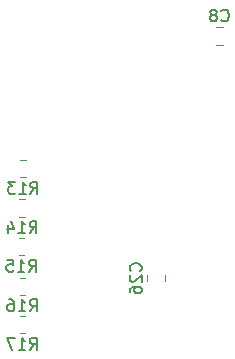
<source format=gbr>
%TF.GenerationSoftware,KiCad,Pcbnew,9.0.4*%
%TF.CreationDate,2025-10-02T18:18:41-04:00*%
%TF.ProjectId,PCB of Theseus,50434220-6f66-4205-9468-65736575732e,rev?*%
%TF.SameCoordinates,Original*%
%TF.FileFunction,Legend,Bot*%
%TF.FilePolarity,Positive*%
%FSLAX46Y46*%
G04 Gerber Fmt 4.6, Leading zero omitted, Abs format (unit mm)*
G04 Created by KiCad (PCBNEW 9.0.4) date 2025-10-02 18:18:41*
%MOMM*%
%LPD*%
G01*
G04 APERTURE LIST*
%ADD10C,0.150000*%
%ADD11C,0.120000*%
G04 APERTURE END LIST*
D10*
X119529580Y-78757142D02*
X119577200Y-78709523D01*
X119577200Y-78709523D02*
X119624819Y-78566666D01*
X119624819Y-78566666D02*
X119624819Y-78471428D01*
X119624819Y-78471428D02*
X119577200Y-78328571D01*
X119577200Y-78328571D02*
X119481961Y-78233333D01*
X119481961Y-78233333D02*
X119386723Y-78185714D01*
X119386723Y-78185714D02*
X119196247Y-78138095D01*
X119196247Y-78138095D02*
X119053390Y-78138095D01*
X119053390Y-78138095D02*
X118862914Y-78185714D01*
X118862914Y-78185714D02*
X118767676Y-78233333D01*
X118767676Y-78233333D02*
X118672438Y-78328571D01*
X118672438Y-78328571D02*
X118624819Y-78471428D01*
X118624819Y-78471428D02*
X118624819Y-78566666D01*
X118624819Y-78566666D02*
X118672438Y-78709523D01*
X118672438Y-78709523D02*
X118720057Y-78757142D01*
X118720057Y-79138095D02*
X118672438Y-79185714D01*
X118672438Y-79185714D02*
X118624819Y-79280952D01*
X118624819Y-79280952D02*
X118624819Y-79519047D01*
X118624819Y-79519047D02*
X118672438Y-79614285D01*
X118672438Y-79614285D02*
X118720057Y-79661904D01*
X118720057Y-79661904D02*
X118815295Y-79709523D01*
X118815295Y-79709523D02*
X118910533Y-79709523D01*
X118910533Y-79709523D02*
X119053390Y-79661904D01*
X119053390Y-79661904D02*
X119624819Y-79090476D01*
X119624819Y-79090476D02*
X119624819Y-79709523D01*
X118624819Y-80566666D02*
X118624819Y-80376190D01*
X118624819Y-80376190D02*
X118672438Y-80280952D01*
X118672438Y-80280952D02*
X118720057Y-80233333D01*
X118720057Y-80233333D02*
X118862914Y-80138095D01*
X118862914Y-80138095D02*
X119053390Y-80090476D01*
X119053390Y-80090476D02*
X119434342Y-80090476D01*
X119434342Y-80090476D02*
X119529580Y-80138095D01*
X119529580Y-80138095D02*
X119577200Y-80185714D01*
X119577200Y-80185714D02*
X119624819Y-80280952D01*
X119624819Y-80280952D02*
X119624819Y-80471428D01*
X119624819Y-80471428D02*
X119577200Y-80566666D01*
X119577200Y-80566666D02*
X119529580Y-80614285D01*
X119529580Y-80614285D02*
X119434342Y-80661904D01*
X119434342Y-80661904D02*
X119196247Y-80661904D01*
X119196247Y-80661904D02*
X119101009Y-80614285D01*
X119101009Y-80614285D02*
X119053390Y-80566666D01*
X119053390Y-80566666D02*
X119005771Y-80471428D01*
X119005771Y-80471428D02*
X119005771Y-80280952D01*
X119005771Y-80280952D02*
X119053390Y-80185714D01*
X119053390Y-80185714D02*
X119101009Y-80138095D01*
X119101009Y-80138095D02*
X119196247Y-80090476D01*
X126391666Y-57554580D02*
X126439285Y-57602200D01*
X126439285Y-57602200D02*
X126582142Y-57649819D01*
X126582142Y-57649819D02*
X126677380Y-57649819D01*
X126677380Y-57649819D02*
X126820237Y-57602200D01*
X126820237Y-57602200D02*
X126915475Y-57506961D01*
X126915475Y-57506961D02*
X126963094Y-57411723D01*
X126963094Y-57411723D02*
X127010713Y-57221247D01*
X127010713Y-57221247D02*
X127010713Y-57078390D01*
X127010713Y-57078390D02*
X126963094Y-56887914D01*
X126963094Y-56887914D02*
X126915475Y-56792676D01*
X126915475Y-56792676D02*
X126820237Y-56697438D01*
X126820237Y-56697438D02*
X126677380Y-56649819D01*
X126677380Y-56649819D02*
X126582142Y-56649819D01*
X126582142Y-56649819D02*
X126439285Y-56697438D01*
X126439285Y-56697438D02*
X126391666Y-56745057D01*
X125820237Y-57078390D02*
X125915475Y-57030771D01*
X125915475Y-57030771D02*
X125963094Y-56983152D01*
X125963094Y-56983152D02*
X126010713Y-56887914D01*
X126010713Y-56887914D02*
X126010713Y-56840295D01*
X126010713Y-56840295D02*
X125963094Y-56745057D01*
X125963094Y-56745057D02*
X125915475Y-56697438D01*
X125915475Y-56697438D02*
X125820237Y-56649819D01*
X125820237Y-56649819D02*
X125629761Y-56649819D01*
X125629761Y-56649819D02*
X125534523Y-56697438D01*
X125534523Y-56697438D02*
X125486904Y-56745057D01*
X125486904Y-56745057D02*
X125439285Y-56840295D01*
X125439285Y-56840295D02*
X125439285Y-56887914D01*
X125439285Y-56887914D02*
X125486904Y-56983152D01*
X125486904Y-56983152D02*
X125534523Y-57030771D01*
X125534523Y-57030771D02*
X125629761Y-57078390D01*
X125629761Y-57078390D02*
X125820237Y-57078390D01*
X125820237Y-57078390D02*
X125915475Y-57126009D01*
X125915475Y-57126009D02*
X125963094Y-57173628D01*
X125963094Y-57173628D02*
X126010713Y-57268866D01*
X126010713Y-57268866D02*
X126010713Y-57459342D01*
X126010713Y-57459342D02*
X125963094Y-57554580D01*
X125963094Y-57554580D02*
X125915475Y-57602200D01*
X125915475Y-57602200D02*
X125820237Y-57649819D01*
X125820237Y-57649819D02*
X125629761Y-57649819D01*
X125629761Y-57649819D02*
X125534523Y-57602200D01*
X125534523Y-57602200D02*
X125486904Y-57554580D01*
X125486904Y-57554580D02*
X125439285Y-57459342D01*
X125439285Y-57459342D02*
X125439285Y-57268866D01*
X125439285Y-57268866D02*
X125486904Y-57173628D01*
X125486904Y-57173628D02*
X125534523Y-57126009D01*
X125534523Y-57126009D02*
X125629761Y-57078390D01*
X110167857Y-85429819D02*
X110501190Y-84953628D01*
X110739285Y-85429819D02*
X110739285Y-84429819D01*
X110739285Y-84429819D02*
X110358333Y-84429819D01*
X110358333Y-84429819D02*
X110263095Y-84477438D01*
X110263095Y-84477438D02*
X110215476Y-84525057D01*
X110215476Y-84525057D02*
X110167857Y-84620295D01*
X110167857Y-84620295D02*
X110167857Y-84763152D01*
X110167857Y-84763152D02*
X110215476Y-84858390D01*
X110215476Y-84858390D02*
X110263095Y-84906009D01*
X110263095Y-84906009D02*
X110358333Y-84953628D01*
X110358333Y-84953628D02*
X110739285Y-84953628D01*
X109215476Y-85429819D02*
X109786904Y-85429819D01*
X109501190Y-85429819D02*
X109501190Y-84429819D01*
X109501190Y-84429819D02*
X109596428Y-84572676D01*
X109596428Y-84572676D02*
X109691666Y-84667914D01*
X109691666Y-84667914D02*
X109786904Y-84715533D01*
X108882142Y-84429819D02*
X108215476Y-84429819D01*
X108215476Y-84429819D02*
X108644047Y-85429819D01*
X110092857Y-78829819D02*
X110426190Y-78353628D01*
X110664285Y-78829819D02*
X110664285Y-77829819D01*
X110664285Y-77829819D02*
X110283333Y-77829819D01*
X110283333Y-77829819D02*
X110188095Y-77877438D01*
X110188095Y-77877438D02*
X110140476Y-77925057D01*
X110140476Y-77925057D02*
X110092857Y-78020295D01*
X110092857Y-78020295D02*
X110092857Y-78163152D01*
X110092857Y-78163152D02*
X110140476Y-78258390D01*
X110140476Y-78258390D02*
X110188095Y-78306009D01*
X110188095Y-78306009D02*
X110283333Y-78353628D01*
X110283333Y-78353628D02*
X110664285Y-78353628D01*
X109140476Y-78829819D02*
X109711904Y-78829819D01*
X109426190Y-78829819D02*
X109426190Y-77829819D01*
X109426190Y-77829819D02*
X109521428Y-77972676D01*
X109521428Y-77972676D02*
X109616666Y-78067914D01*
X109616666Y-78067914D02*
X109711904Y-78115533D01*
X108235714Y-77829819D02*
X108711904Y-77829819D01*
X108711904Y-77829819D02*
X108759523Y-78306009D01*
X108759523Y-78306009D02*
X108711904Y-78258390D01*
X108711904Y-78258390D02*
X108616666Y-78210771D01*
X108616666Y-78210771D02*
X108378571Y-78210771D01*
X108378571Y-78210771D02*
X108283333Y-78258390D01*
X108283333Y-78258390D02*
X108235714Y-78306009D01*
X108235714Y-78306009D02*
X108188095Y-78401247D01*
X108188095Y-78401247D02*
X108188095Y-78639342D01*
X108188095Y-78639342D02*
X108235714Y-78734580D01*
X108235714Y-78734580D02*
X108283333Y-78782200D01*
X108283333Y-78782200D02*
X108378571Y-78829819D01*
X108378571Y-78829819D02*
X108616666Y-78829819D01*
X108616666Y-78829819D02*
X108711904Y-78782200D01*
X108711904Y-78782200D02*
X108759523Y-78734580D01*
X110217857Y-72229819D02*
X110551190Y-71753628D01*
X110789285Y-72229819D02*
X110789285Y-71229819D01*
X110789285Y-71229819D02*
X110408333Y-71229819D01*
X110408333Y-71229819D02*
X110313095Y-71277438D01*
X110313095Y-71277438D02*
X110265476Y-71325057D01*
X110265476Y-71325057D02*
X110217857Y-71420295D01*
X110217857Y-71420295D02*
X110217857Y-71563152D01*
X110217857Y-71563152D02*
X110265476Y-71658390D01*
X110265476Y-71658390D02*
X110313095Y-71706009D01*
X110313095Y-71706009D02*
X110408333Y-71753628D01*
X110408333Y-71753628D02*
X110789285Y-71753628D01*
X109265476Y-72229819D02*
X109836904Y-72229819D01*
X109551190Y-72229819D02*
X109551190Y-71229819D01*
X109551190Y-71229819D02*
X109646428Y-71372676D01*
X109646428Y-71372676D02*
X109741666Y-71467914D01*
X109741666Y-71467914D02*
X109836904Y-71515533D01*
X108932142Y-71229819D02*
X108313095Y-71229819D01*
X108313095Y-71229819D02*
X108646428Y-71610771D01*
X108646428Y-71610771D02*
X108503571Y-71610771D01*
X108503571Y-71610771D02*
X108408333Y-71658390D01*
X108408333Y-71658390D02*
X108360714Y-71706009D01*
X108360714Y-71706009D02*
X108313095Y-71801247D01*
X108313095Y-71801247D02*
X108313095Y-72039342D01*
X108313095Y-72039342D02*
X108360714Y-72134580D01*
X108360714Y-72134580D02*
X108408333Y-72182200D01*
X108408333Y-72182200D02*
X108503571Y-72229819D01*
X108503571Y-72229819D02*
X108789285Y-72229819D01*
X108789285Y-72229819D02*
X108884523Y-72182200D01*
X108884523Y-72182200D02*
X108932142Y-72134580D01*
X110167857Y-82179819D02*
X110501190Y-81703628D01*
X110739285Y-82179819D02*
X110739285Y-81179819D01*
X110739285Y-81179819D02*
X110358333Y-81179819D01*
X110358333Y-81179819D02*
X110263095Y-81227438D01*
X110263095Y-81227438D02*
X110215476Y-81275057D01*
X110215476Y-81275057D02*
X110167857Y-81370295D01*
X110167857Y-81370295D02*
X110167857Y-81513152D01*
X110167857Y-81513152D02*
X110215476Y-81608390D01*
X110215476Y-81608390D02*
X110263095Y-81656009D01*
X110263095Y-81656009D02*
X110358333Y-81703628D01*
X110358333Y-81703628D02*
X110739285Y-81703628D01*
X109215476Y-82179819D02*
X109786904Y-82179819D01*
X109501190Y-82179819D02*
X109501190Y-81179819D01*
X109501190Y-81179819D02*
X109596428Y-81322676D01*
X109596428Y-81322676D02*
X109691666Y-81417914D01*
X109691666Y-81417914D02*
X109786904Y-81465533D01*
X108358333Y-81179819D02*
X108548809Y-81179819D01*
X108548809Y-81179819D02*
X108644047Y-81227438D01*
X108644047Y-81227438D02*
X108691666Y-81275057D01*
X108691666Y-81275057D02*
X108786904Y-81417914D01*
X108786904Y-81417914D02*
X108834523Y-81608390D01*
X108834523Y-81608390D02*
X108834523Y-81989342D01*
X108834523Y-81989342D02*
X108786904Y-82084580D01*
X108786904Y-82084580D02*
X108739285Y-82132200D01*
X108739285Y-82132200D02*
X108644047Y-82179819D01*
X108644047Y-82179819D02*
X108453571Y-82179819D01*
X108453571Y-82179819D02*
X108358333Y-82132200D01*
X108358333Y-82132200D02*
X108310714Y-82084580D01*
X108310714Y-82084580D02*
X108263095Y-81989342D01*
X108263095Y-81989342D02*
X108263095Y-81751247D01*
X108263095Y-81751247D02*
X108310714Y-81656009D01*
X108310714Y-81656009D02*
X108358333Y-81608390D01*
X108358333Y-81608390D02*
X108453571Y-81560771D01*
X108453571Y-81560771D02*
X108644047Y-81560771D01*
X108644047Y-81560771D02*
X108739285Y-81608390D01*
X108739285Y-81608390D02*
X108786904Y-81656009D01*
X108786904Y-81656009D02*
X108834523Y-81751247D01*
X110142857Y-75554819D02*
X110476190Y-75078628D01*
X110714285Y-75554819D02*
X110714285Y-74554819D01*
X110714285Y-74554819D02*
X110333333Y-74554819D01*
X110333333Y-74554819D02*
X110238095Y-74602438D01*
X110238095Y-74602438D02*
X110190476Y-74650057D01*
X110190476Y-74650057D02*
X110142857Y-74745295D01*
X110142857Y-74745295D02*
X110142857Y-74888152D01*
X110142857Y-74888152D02*
X110190476Y-74983390D01*
X110190476Y-74983390D02*
X110238095Y-75031009D01*
X110238095Y-75031009D02*
X110333333Y-75078628D01*
X110333333Y-75078628D02*
X110714285Y-75078628D01*
X109190476Y-75554819D02*
X109761904Y-75554819D01*
X109476190Y-75554819D02*
X109476190Y-74554819D01*
X109476190Y-74554819D02*
X109571428Y-74697676D01*
X109571428Y-74697676D02*
X109666666Y-74792914D01*
X109666666Y-74792914D02*
X109761904Y-74840533D01*
X108333333Y-74888152D02*
X108333333Y-75554819D01*
X108571428Y-74507200D02*
X108809523Y-75221485D01*
X108809523Y-75221485D02*
X108190476Y-75221485D01*
D11*
%TO.C,C26*%
X121585000Y-79138748D02*
X121585000Y-79661252D01*
X120115000Y-79138748D02*
X120115000Y-79661252D01*
%TO.C,C8*%
X126486252Y-59610000D02*
X125963748Y-59610000D01*
X126486252Y-58140000D02*
X125963748Y-58140000D01*
%TO.C,R17*%
X109297936Y-84060000D02*
X109752064Y-84060000D01*
X109297936Y-82590000D02*
X109752064Y-82590000D01*
%TO.C,R15*%
X109222936Y-77460000D02*
X109677064Y-77460000D01*
X109222936Y-75990000D02*
X109677064Y-75990000D01*
%TO.C,R13*%
X109347936Y-70860000D02*
X109802064Y-70860000D01*
X109347936Y-69390000D02*
X109802064Y-69390000D01*
%TO.C,R16*%
X109297936Y-80810000D02*
X109752064Y-80810000D01*
X109297936Y-79340000D02*
X109752064Y-79340000D01*
%TO.C,R14*%
X109272936Y-74185000D02*
X109727064Y-74185000D01*
X109272936Y-72715000D02*
X109727064Y-72715000D01*
%TD*%
M02*

</source>
